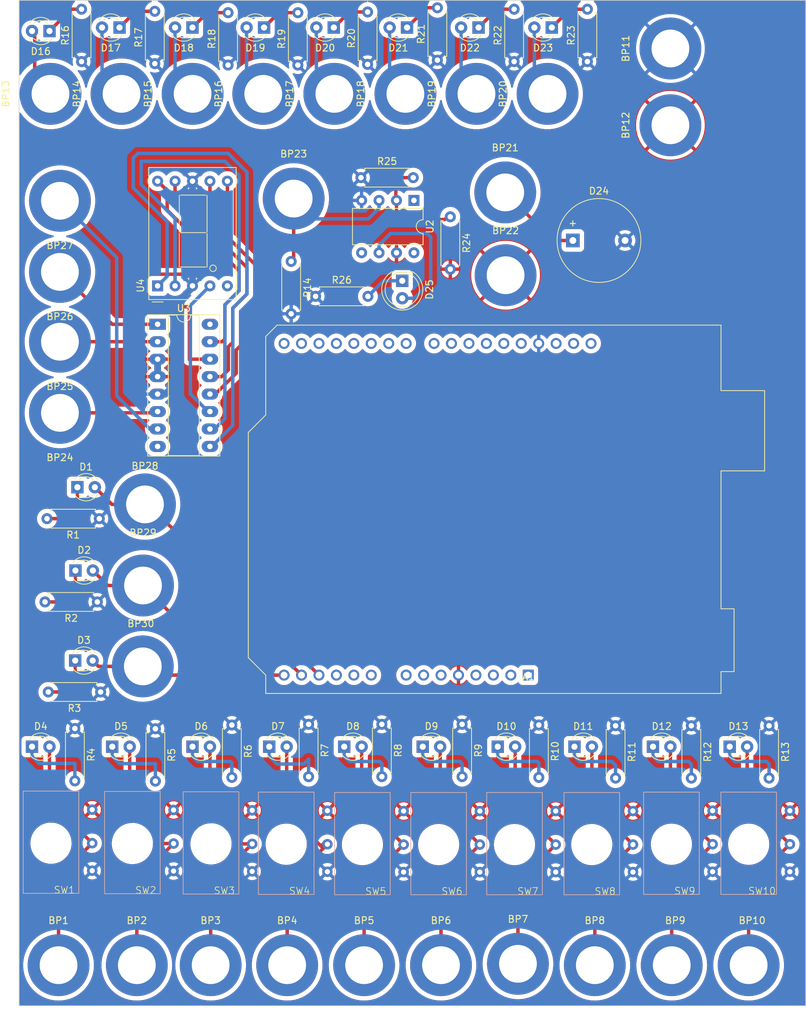
<source format=kicad_pcb>
(kicad_pcb (version 20221018) (generator pcbnew)
  (layers (0 "F.Cu" signal) (31 "B.Cu" signal) (34 "B.Paste" user) (35 "F.Paste" user) (36 "B.SilkS" user "B.Silkscreen") (37 "F.SilkS" user "F.Silkscreen") (38 "B.Mask" user) (39 "F.Mask" user) (44 "Edge.Cuts" user))
  (net 0 "")
  (net 1 "GNDREF")
  (net 2 "Net-(D6-K)")
  (net 3 "Net-(D25-K)")
  (net 4 "Net-(U2--)")
  (net 5 "+5V")
  (net 6 "Net-(D23-K)")
  (net 7 "Net-(D22-K)")
  (net 8 "Net-(D21-K)")
  (net 9 "Net-(D20-K)")
  (net 10 "Net-(D19-K)")
  (net 11 "Net-(D18-K)")
  (net 12 "Net-(D17-K)")
  (net 13 "Net-(D16-K)")
  (net 14 "/V(input)")
  (net 15 "Net-(D13-K)")
  (net 16 "Net-(D12-K)")
  (net 17 "Net-(D11-K)")
  (net 18 "Net-(D10-K)")
  (net 19 "Net-(D9-K)")
  (net 20 "Net-(D8-K)")
  (net 21 "Net-(D7-K)")
  (net 22 "Net-(D1-K)")
  (net 23 "Net-(D2-K)")
  (net 24 "Net-(D3-K)")
  (net 25 "Net-(D4-K)")
  (net 26 "Net-(D5-K)")
  (net 29 "Net-(D25-A)")
  (net 31 "Net-(BP26-A)")
  (net 32 "Net-(BP25-A)")
  (net 33 "Net-(BP24-A)")
  (net 34 "Net-(BP27-A)")
  (net 35 "Vss")
  (net 36 "Net-(U3-Qe)")
  (net 37 "Net-(U3-Qd)")
  (net 38 "Net-(U3-Qc)")
  (net 39 "Net-(U3-Qb)")
  (net 40 "Net-(U3-Qa)")
  (net 41 "Net-(U3-Qg)")
  (net 42 "Net-(U3-Qf)")
  (net 43 "Vdd")
  (net 44 "Net-(BP30-A)")
  (net 45 "Net-(BP29-A)")
  (net 46 "Net-(BP14-A)")
  (net 47 "Net-(BP1-A)")
  (net 48 "Net-(BP2-A)")
  (net 49 "Net-(BP3-A)")
  (net 50 "Net-(BP4-A)")
  (net 51 "Net-(BP5-A)")
  (net 52 "Net-(BP6-A)")
  (net 53 "Net-(BP7-A)")
  (net 54 "Net-(BP8-A)")
  (net 55 "Net-(BP9-A)")
  (net 56 "Net-(BP10-A)")
  (net 57 "Net-(BP13-A)")
  (net 58 "Net-(A1-A3)")
  (net 59 "Net-(BP15-A)")
  (net 60 "Net-(BP16-A)")
  (net 61 "Net-(BP17-A)")
  (net 62 "Net-(BP18-A)")
  (net 63 "Net-(BP19-A)")
  (net 64 "Net-(BP20-A)")
  (net 65 "Net-(BP21-A)")
  (footprint "MountingHole:banana_plug(modified thickness)" (layer "F.Cu") (at 17.15 140.4)
    (fp_text reference "BP2")
    (fp_text value "banana plug")
  )
  (footprint "MountingHole:banana_plug(modified thickness)" (layer "F.Cu") (at 5.952 60.026 180)
    (fp_text reference "BP24")
    (fp_text value "banana plug")
  )
  (footprint "Button_Switch_THT:SPDT_platemount_switch(platemount)" (layer "F.Cu") (at 63.05 130.15)
    (fp_text reference "SW6")
    (fp_text value "SW_Push_SPDT")
  )
  (footprint "MountingHole:banana_plug(modified thickness)" (layer "F.Cu") (at 50.244 140.4)
    (fp_text reference "BP5")
    (fp_text value "banana plug")
  )
  (footprint "LED_THT:LED_D3.0mm" (layer "F.Cu") (at 25.256 3.956 180)
    (fp_text reference "D18")
    (fp_text value "CQY99")
  )
  (footprint "Resistor_THT:R_Axial_DIN0207_L6.3mm_D2.5mm_P7.62mm_Horizontal" (layer "F.Cu") (at 19.85 106 -90)
    (fp_text reference "R5")
    (fp_text value "330")
  )
  (footprint "LED_THT:LED_D3.0mm" (layer "F.Cu") (at 66.912 3.956 180)
    (fp_text reference "D22")
    (fp_text value "CQY99")
  )
  (footprint "MountingHole:banana_plug(modified thickness)" (layer "F.Cu") (at 66.61 13.608 90)
    (fp_text reference "BP19")
    (fp_text value "banana plug")
  )
  (footprint "LED_THT:LED_D3.0mm" (layer "F.Cu") (at 92.312 108.604)
    (fp_text reference "D12")
    (fp_text value "CQY99")
  )
  (footprint "LED_THT:LED_D3.0mm" (layer "F.Cu") (at 56.503 3.956 180)
    (fp_text reference "D21")
    (fp_text value "CQY99")
  )
  (footprint "MountingHole:banana_plug(modified thickness)" (layer "F.Cu") (at 4.572 13.608 90)
    (fp_text reference "BP13")
    (fp_text value "banana plug")
  )
  (footprint "Display_7Segment:D1X8K" (layer "F.Cu") (at 20.176 41.548 90)
    (fp_text reference "U4")
    (fp_text value "D168K")
  )
  (footprint "Button_Switch_THT:SPDT_platemount_switch(platemount)" (layer "F.Cu") (at 51.95 130.15)
    (fp_text reference "SW5")
    (fp_text value "SW_Push_SPDT")
  )
  (footprint "MountingHole:banana_plug(modified thickness)" (layer "F.Cu") (at 14.922 13.608 90)
    (fp_text reference "BP14")
    (fp_text value "banana plug")
  )
  (footprint "MountingHole:banana_plug(modified thickness)" (layer "F.Cu") (at 5.75 140.4)
    (fp_text reference "BP1")
    (fp_text value "banana plug")
  )
  (footprint "Resistor_THT:R_Axial_DIN0207_L6.3mm_D2.5mm_P7.62mm_Horizontal" (layer "F.Cu") (at 109.22 105.556 -90)
    (fp_text reference "R13")
    (fp_text value "330")
  )
  (footprint "MountingHole:banana_plug(modified thickness)" (layer "F.Cu") (at 70.8 27.95)
    (fp_text reference "BP21")
    (fp_text value "banana plug")
  )
  (footprint "LED_THT:LED_D3.0mm" (layer "F.Cu") (at 4.428 4.464 180)
    (fp_text reference "D16")
    (fp_text value "CQY99")
  )
  (footprint "Resistor_THT:R_Axial_DIN0207_L6.3mm_D2.5mm_P7.62mm_Horizontal" (layer "F.Cu") (at 64.516 105.349 -90)
    (fp_text reference "R9")
    (fp_text value "330")
  )
  (footprint "MountingHole:banana_plug(modified thickness)" (layer "F.Cu") (at 39.044 140.4)
    (fp_text reference "BP4")
    (fp_text value "banana plug")
  )
  (footprint "Resistor_THT:R_Axial_DIN0207_L6.3mm_D2.5mm_P7.62mm_Horizontal" (layer "F.Cu") (at 30.988 105.4525 -90)
    (fp_text reference "R6")
    (fp_text value "330")
  )
  (footprint "LED_THT:LED_D3.0mm" (layer "F.Cu") (at 77.58 3.956 180)
    (fp_text reference "D23")
    (fp_text value "CQY99")
  )
  (footprint "MountingHole:banana_plug(modified thickness)" (layer "F.Cu") (at 72.65 140.2)
    (fp_text reference "BP7")
    (fp_text value "banana plug")
  )
  (footprint "Resistor_THT:R_Axial_DIN0207_L6.3mm_D2.5mm_P7.62mm_Horizontal" (layer "F.Cu") (at 19.768 9.211 90)
    (fp_text reference "R17")
    (fp_text value "330")
  )
  (footprint "Resistor_THT:R_Axial_DIN0207_L6.3mm_D2.5mm_P7.62mm_Horizontal" (layer "F.Cu") (at 52.832 105.349 -90)
    (fp_text reference "R8")
    (fp_text value "330")
  )
  (footprint "LED_THT:LED_D3.0mm" (layer "F.Cu") (at 8.1755 96.0715)
    (fp_text reference "D3")
    (fp_text value "CQY99")
  )
  (footprint "LED_THT:LED_D3.0mm" (layer "F.Cu") (at 47.349 108.604)
    (fp_text reference "D8")
    (fp_text value "CQY99")
  )
  (footprint "LED_THT:LED_D5.0mm_IRGrey" (layer "F.Cu") (at 55.804 40.812 -90)
    (fp_text reference "D25")
    (fp_text value "LED")
  )
  (footprint "Resistor_THT:R_Axial_DIN0207_L6.3mm_D2.5mm_P7.62mm_Horizontal" (layer "F.Cu") (at 42.164 105.349 -90)
    (fp_text reference "R7")
    (fp_text value "330")
  )
  (footprint "MountingHole:banana_plug(modified thickness)" (layer "F.Cu") (at 5.952 39.516 180)
    (fp_text reference "BP26")
    (fp_text value "banana plug")
  )
  (footprint "Button_Switch_THT:SPDT_platemount_switch(platemount)" (layer "F.Cu") (at 74.1 130.15)
    (fp_text reference "SW7")
    (fp_text value "SW_Push_SPDT")
  )
  (footprint "LED_THT:LED_D3.0mm" (layer "F.Cu") (at 35.675 3.956 180)
    (fp_text reference "D19")
    (fp_text value "CQY99")
  )
  (footprint "MountingHole:banana_plug(modified thickness)" (layer "F.Cu") (at 27.9 140.4)
    (fp_text reference "BP3")
    (fp_text value "banana plug")
  )
  (footprint "MountingHole:banana_plug(modified thickness)" (layer "F.Cu") (at 18.05 85.15)
    (fp_text reference "BP29")
    (fp_text value "banana plug")
  )
  (footprint "Resistor_THT:R_Axial_DIN0207_L6.3mm_D2.5mm_P7.62mm_Horizontal" (layer "F.Cu") (at 62.8 31.5 -90)
    (fp_text reference "R24")
    (fp_text value "330")
  )
  (footprint "LED_THT:LED_D3.0mm" (layer "F.Cu") (at 69.701 108.604)
    (fp_text reference "D10")
    (fp_text value "CQY99")
  )
  (footprint "MountingHole:banana_plug(modified thickness)" (layer "F.Cu") (at 18.335 73.35)
    (fp_text reference "BP28")
    (fp_text value "banana plug")
  )
  (footprint "Package_DIP:DIP-8_W7.62mm" (layer "F.Cu") (at 57.504 29.112 -90)
    (fp_text reference "U2")
    (fp_text value "LM741")
  )
  (footprint "Resistor_THT:R_Axial_DIN0207_L6.3mm_D2.5mm_P7.62mm_Horizontal" (layer "F.Cu") (at 39.624 37.992 -90)
    (fp_text reference "R14")
    (fp_text value "330")
  )
  (footprint "MountingHole:banana_plug(modified thickness)" (layer "F.Cu") (at 95.044 140.4)
    (fp_text reference "BP9")
    (fp_text value "banana plug")
  )
  (footprint "MountingHole:banana_plug(modified thickness)" (layer "F.Cu") (at 35.56 13.608 90)
    (fp_text reference "BP16")
    (fp_text value "banana plug")
  )
  (footprint "Resistor_THT:R_Axial_DIN0207_L6.3mm_D2.5mm_P7.62mm_Horizontal" (layer "F.Cu") (at 43.18 43.072)
    (fp_text reference "R26")
    (fp_text value "330")
  )
  (footprint "Resistor_THT:R_Axial_DIN0207_L6.3mm_D2.5mm_P7.62mm_Horizontal" (layer "F.Cu") (at 75.692 105.4525 -90)
    (fp_text reference "R10")
    (fp_text value "330")
  )
  (footprint "MountingHole:banana_plug(modified thickness)" (layer "F.Cu") (at 70.85 40)
    (fp_text reference "BP22")
    (fp_text value "banana plug")
  )
  (footprint "MountingHole:banana_plug(modified thickness)" (layer "F.Cu") (at 94.852 7.004 90)
    (fp_text reference "BP11")
    (fp_text value "banana plug")
  )
  (footprint "LED_THT:LED_D3.0mm" (layer "F.Cu") (at 58.784 108.604)
    (fp_text reference "D9")
    (fp_text value "CQY99")
  )
  (footprint "MountingHole:banana_plug(modified thickness)" (layer "F.Cu") (at 39.988 28.848)
    (fp_text reference "BP23")
    (fp_text value "banana plug")
  )
  (footprint "MountingHole:banana_plug(modified thickness)" (layer "F.Cu") (at 83.844 140.4)
    (fp_text reference "BP8")
    (fp_text value "banana plug")
  )
  (footprint "Button_Switch_THT:SPDT_platemount_switch(platemount)" (layer "F.Cu") (at 6.6 129.95)
    (fp_text reference "SW1")
    (fp_text value "SW_Push_SPDT")
  )
  (footprint "Resistor_THT:R_Axial_DIN0207_L6.3mm_D2.5mm_P7.62mm_Horizontal" (layer "F.Cu") (at 11.8755 100.6435 180)
    (fp_text reference "R3")
    (fp_text value "330")
  )
  (footprint "Resistor_THT:R_Axial_DIN0207_L6.3mm_D2.5mm_P7.62mm_Horizontal" (layer "F.Cu") (at 60.916 8.703 90)
    (fp_text reference "R21")
    (fp_text value "330")
  )
  (footprint "LED_THT:LED_D3.0mm" (layer "F.Cu") (at 8.492 70.851)
    (fp_text reference "D1")
    (fp_text value "CQY99")
  )
  (footprint "Resistor_THT:R_Axial_DIN0207_L6.3mm_D2.5mm_P7.62mm_Horizontal" (layer "F.Cu") (at 11.399 87.541 180)
    (fp_text reference "R2")
    (fp_text value "330")
  )
  (footprint "Resistor_THT:R_Axial_DIN0207_L6.3mm_D2.5mm_P7.62mm_Horizontal" (layer "F.Cu") (at 40.596 9.418 90)
    (fp_text reference "R19")
    (fp_text value "330")
  )
  (footprint "LED_THT:LED_D3.0mm" (layer "F.Cu") (at 36.432 108.604)
    (fp_text reference "D7")
    (fp_text value "CQY99")
  )
  (footprint "LED_THT:LED_D3.0mm" (layer "F.Cu") (at 14.626 3.956 180)
    (fp_text reference "D17")
    (fp_text value "CQY99")
  )
  (footprint "MountingHole:banana_plug(modified thickness)" (layer "F.Cu") (at 5.952 29.166 180)
    (fp_text reference "BP27")
    (fp_text value "banana plug")
  )
  (footprint "LED_THT:LED_D3.0mm" (layer "F.Cu") (at 25.256 108.604)
    (fp_text reference "D6")
    (fp_text value "CQY99")
  )
  (footprint "LED_THT:LED_D3.0mm" (layer "F.Cu") (at 80.877 108.604)
    (fp_text reference "D11")
    (fp_text value "CQY99")
  )
  (footprint "Resistor_THT:R_Axial_DIN0207_L6.3mm_D2.5mm_P7.62mm_Horizontal" (layer "F.Cu") (at 82.76 8.91 90)
    (fp_text reference "R23")
    (fp_text value "330")
  )
  (footprint "Button_Switch_THT:SPDT_platemount_switch(platemount)" (layer "F.Cu") (at 29.9 130.05)
    (fp_text reference "SW3")
    (fp_text value "SW_Push_SPDT")
  )
  (footprint "Package_DIP:DIP-16_W7.62mm_Socket_LongPads" (layer "F.Cu") (at 20.176 47.136)
    (fp_text reference "U3")
    (fp_text value "CD4511B")
  )
  (footprint "LED_THT:LED_D3.0mm" (layer "F.Cu") (at 103.488 108.604)
    (fp_text reference "D13")
    (fp_text value "CQY99")
  )
  (footprint "Resistor_THT:R_Axial_DIN0207_L6.3mm_D2.5mm_P7.62mm_Horizontal" (layer "F.Cu") (at 72.092 8.91 90)
    (fp_text reference "R22")
    (fp_text value "330")
  )
  (footprint "Module:Arduino_UNO_R3" (layer "F.Cu") (at 74.151 98.19 180)
    (fp_text reference "A1")
    (fp_text value "Arduino_UNO_R3")
  )
  (footprint "Resistor_THT:R_Axial_DIN0207_L6.3mm_D2.5mm_P7.62mm_Horizontal" (layer "F.Cu") (at 8.128 105.9605 -90)
    (fp_text reference "R4")
    (fp_text value "330")
  )
  (footprint "LED_THT:LED_D3.0mm" (layer "F.Cu") (at 1.888 108.604)
    (fp_text reference "D4")
    (fp_text value "CQY99")
  )
  (footprint "Resistor_THT:R_Axial_DIN0207_L6.3mm_D2.5mm_P7.62mm_Horizontal" (layer "F.Cu") (at 86.868 105.556 -90)
    (fp_text reference "R11")
    (fp_text value "330")
  )
  (footprint "Resistor_THT:R_Axial_DIN0207_L6.3mm_D2.5mm_P7.62mm_Horizontal" (layer "F.Cu") (at 30.436 9.418 90)
    (fp_text reference "R18")
    (fp_text value "330")
  )
  (footprint "Button_Switch_THT:SPDT_platemount_switch(platemount)" (layer "F.Cu") (at 96.95 130.1)
    (fp_text reference "SW9")
    (fp_text value "SW_Push_SPDT")
  )
  (footprint "Resistor_THT:R_Axial_DIN0207_L6.3mm_D2.5mm_P7.62mm_Horizontal" (layer "F.Cu") (at 49.784 25.8)
    (fp_text reference "R25")
    (fp_text value "330")
  )
  (footprint "Resistor_THT:R_Axial_DIN0207_L6.3mm_D2.5mm_P7.62mm_Horizontal" (layer "F.Cu") (at 9.1 8.91 90)
    (fp_text reference "R16")
    (fp_text value "330")
  )
  (footprint "LED_THT:LED_D3.0mm" (layer "F.Cu") (at 13.572 108.604)
    (fp_text reference "D5")
    (fp_text value "CQY99")
  )
  (footprint "MountingHole:banana_plug(modified thickness)" (layer "F.Cu") (at 56.26 13.608 90)
    (fp_text reference "BP18")
    (fp_text value "banana plug")
  )
  (footprint "Button_Switch_THT:SPDT_platemount_switch(platemount)" (layer "F.Cu") (at 40.85 130.1)
    (fp_text reference "SW4")
    (fp_text value "SW_Push_SPDT")
  )
  (footprint "MountingHole:banana_plug(modified thickness)" (layer "F.Cu") (at 94.852 18.18 90)
    (fp_text reference "BP12")
    (fp_text value "banana plug")
  )
  (footprint "Resistor_THT:R_Axial_DIN0207_L6.3mm_D2.5mm_P7.62mm_Horizontal" (layer "F.Cu") (at 97.9 105.556 -90)
    (fp_text reference "R12")
    (fp_text value "330")
  )
  (footprint "MountingHole:banana_plug(modified thickness)" (layer "F.Cu") (at 5.952 49.676 180)
    (fp_text reference "BP25")
    (fp_text value "banana plug")
  )
  (footprint "Buzzer_Beeper:Buzzer_12x9.5RM7.6" (layer "F.Cu") (at 80.648 34.944)
    (fp_text reference "D24")
    (fp_text value "LED")
  )
  (footprint "Resistor_THT:R_Axial_DIN0207_L6.3mm_D2.5mm_P7.62mm_Horizontal" (layer "F.Cu") (at 50.756 9.3145 90)
    (fp_text reference "R20")
    (fp_text value "330")
  )
  (footprint "Button_Switch_THT:SPDT_platemount_switch(platemount)" (layer "F.Cu") (at 18.45 130)
    (fp_text reference "SW2")
    (fp_text value "SW_Push_SPDT")
  )
  (footprint "Resistor_THT:R_Axial_DIN0207_L6.3mm_D2.5mm_P7.62mm_Horizontal" (layer "F.Cu") (at 11.684 75.423 180)
    (fp_text reference "R1")
    (fp_text value "330")
  )
  (footprint "LED_THT:LED_D3.0mm" (layer "F.Cu") (at 45.835 3.956 180)
    (fp_text reference "D20")
    (fp_text value "CQY99")
  )
  (footprint "MountingHole:banana_plug(modified thickness)" (layer "F.Cu") (at 76.96 13.608 90)
    (fp_text reference "BP20")
    (fp_text value "banana plug")
  )
  (footprint "LED_THT:LED_D3.0mm" (layer "F.Cu") (at 8.207 82.969)
    (fp_text reference "D2")
    (fp_text value "CQY99")
  )
  (footprint "Button_Switch_THT:SPDT_platemount_switch(platemount)" (layer "F.Cu") (at 108.2 130.1)
    (fp_text reference "SW10")
    (fp_text value "SW_Push_SPDT")
  )
  (footprint "MountingHole:banana_plug(modified thickness)" (layer "F.Cu") (at 106.244 140.4)
    (fp_text reference "BP10")
    (fp_text value "banana plug")
  )
  (footprint "Button_Switch_THT:SPDT_platemount_switch(platemount)" (layer "F.Cu") (at 85.35 130.15)
    (fp_text reference "SW8")
    (fp_text value "SW_Push_SPDT")
  )
  (footprint "MountingHole:banana_plug(modified thickness)" (layer "F.Cu") (at 45.91 13.608 90)
    (fp_text reference "BP17")
    (fp_text value "banana plug")
  )
  (footprint "MountingHole:banana_plug(modified thickness)" (layer "F.Cu") (at 18.0185 96.9185)
    (fp_text reference "BP30")
    (fp_text value "banana plug")
  )
  (footprint "MountingHole:banana_plug(modified thickness)" (layer "F.Cu") (at 61.444 140.4)
    (fp_text reference "BP6")
    (fp_text value "banana plug")
  )
  (footprint "MountingHole:banana_plug(modified thickness)" (layer "F.Cu") (at 25.272 13.608 90)
    (fp_text reference "BP15")
    (fp_text value "banana plug")
  )
  (gr_rect (start 0 0) (end 114.55 146.304) (stroke (width 0.1)) (fill none) (layer "Edge.Cuts"))
  (segment (start 49.884 25.9) (end 49.784 25.8) (width 1) (layer "F.Cu") (net 1))
  (segment (start 23.15 55.45337) (end 21.30737 57.296) (width 1) (layer "B.Cu") (net 1))
  (segment (start 25.256 41.548) (end 25.256 41.765717) (width 1) (layer "B.Cu") (net 1))
  (segment (start 23.15 43.871717) (end 23.15 55.45337) (width 1) (layer "B.Cu") (net 1))
  (segment (start 25.256 26.308) (end 25.256 41.548) (width 1) (layer "B.Cu") (net 1))
  (segment (start 21.30737 57.296) (end 20.176 57.296) (width 1) (layer "B.Cu") (net 1))
  (segment (start 25.256 41.765717) (end 23.15 43.871717) (width 1) (layer "B.Cu") (net 1))
  (segment (start 25.256 108.604) (end 25.256 110.004) (width 0.5) (layer "B.Cu") (net 2))
  (segment (start 26.006 110.754) (end 30.7665 110.754) (width 0.5) (layer "B.Cu") (net 2))
  (segment (start 30.988 110.9755) (end 30.988 113.0725) (width 0.5) (layer "B.Cu") (net 2))
  (segment (start 30.7665 110.754) (end 30.988 110.9755) (width 0.5) (layer "B.Cu") (net 2))
  (segment (start 25.256 110.004) (end 26.006 110.754) (width 0.5) (layer "B.Cu") (net 2))
  (segment (start 53.06 40.812) (end 55.804 40.812) (width 0.5) (layer "B.Cu") (net 3))
  (segment (start 50.8 43.072) (end 53.06 40.812) (width 0.5) (layer "B.Cu") (net 3))
  (segment (start 56.188 31.896) (end 61.976 31.896) (width 0.5) (layer "F.Cu") (net 4))
  (segment (start 54.964 29.112) (end 54.964 30.672) (width 0.5) (layer "F.Cu") (net 4))
  (segment (start 54.864 25.8) (end 54.864 29.012) (width 0.5) (layer "F.Cu") (net 4))
  (segment (start 54.864 29.012) (end 54.964 29.112) (width 0.5) (layer "F.Cu") (net 4))
  (segment (start 57.404 25.8) (end 54.864 25.8) (width 0.5) (layer "F.Cu") (net 4))
  (segment (start 61.976 31.896) (end 62.484 31.388) (width 0.5) (layer "F.Cu") (net 4))
  (segment (start 54.964 30.672) (end 56.188 31.896) (width 0.5) (layer "F.Cu") (net 4))
  (segment (start 20.176 52.216) (end 20.176 54.756) (width 1) (layer "B.Cu") (net 5))
  (segment (start 82.76 1.29) (end 80.246 1.29) (width 0.5) (layer "F.Cu") (net 6))
  (segment (start 80.246 1.29) (end 77.58 3.956) (width 0.5) (layer "F.Cu") (net 6))
  (segment (start 69.578 1.29) (end 66.912 3.956) (width 0.5) (layer "F.Cu") (net 7))
  (segment (start 72.092 1.29) (end 69.578 1.29) (width 0.5) (layer "F.Cu") (net 7))
  (segment (start 59.376 1.083) (end 56.503 3.956) (width 0.5) (layer "F.Cu") (net 8))
  (segment (start 60.916 1.083) (end 59.376 1.083) (width 0.5) (layer "F.Cu") (net 8))
  (segment (start 50.756 1.6945) (end 48.0965 1.6945) (width 0.5) (layer "F.Cu") (net 9))
  (segment (start 48.0965 1.6945) (end 45.835 3.956) (width 0.5) (layer "F.Cu") (net 9))
  (segment (start 40.596 1.798) (end 37.833 1.798) (width 0.5) (layer "F.Cu") (net 10))
  (segment (start 37.833 1.798) (end 35.675 3.956) (width 0.5) (layer "F.Cu") (net 10))
  (segment (start 27.414 1.798) (end 25.256 3.956) (width 0.5) (layer "F.Cu") (net 11))
  (segment (start 30.436 1.798) (end 27.414 1.798) (width 0.5) (layer "F.Cu") (net 11))
  (segment (start 19.768 1.591) (end 16.991 1.591) (width 0.5) (layer "F.Cu") (net 12))
  (segment (start 16.991 1.591) (end 14.626 3.956) (width 0.5) (layer "F.Cu") (net 12))
  (segment (start 7.602 1.29) (end 4.428 4.464) (width 0.5) (layer "F.Cu") (net 13))
  (segment (start 9.1 1.29) (end 7.602 1.29) (width 0.5) (layer "F.Cu") (net 13))
  (segment (start 39.988 37.628) (end 39.624 37.992) (width 0.5) (layer "F.Cu") (net 14))
  (segment (start 39.988 28.848) (end 39.988 37.628) (width 0.5) (layer "F.Cu") (net 14))
  (segment (start 50.86937 31.798) (end 42.938 31.798) (width 0.5) (layer "B.Cu") (net 14))
  (segment (start 52.424 30.24337) (end 50.86937 31.798) (width 0.5) (layer "B.Cu") (net 14))
  (segment (start 42.938 31.798) (end 39.988 28.848) (width 0.5) (layer "B.Cu") (net 14))
  (segment (start 52.424 29.112) (end 52.424 30.24337) (width 0.5) (layer "B.Cu") (net 14))
  (segment (start 108.85 110.754) (end 109.22 111.124) (width 0.5) (layer "B.Cu") (net 15))
  (segment (start 109.22 111.124) (end 109.22 113.176) (width 0.5) (layer "B.Cu") (net 15))
  (segment (start 103.488 110.004) (end 104.238 110.754) (width 0.5) (layer "B.Cu") (net 15))
  (segment (start 104.238 110.754) (end 108.85 110.754) (width 0.5) (layer "B.Cu") (net 15))
  (segment (start 103.488 108.604) (end 103.488 110.004) (width 0.5) (layer "B.Cu") (net 15))
  (segment (start 92.312 110.004) (end 93.062 110.754) (width 0.5) (layer "B.Cu") (net 16))
  (segment (start 97.9 111.154) (end 97.9 113.176) (width 0.5) (layer "B.Cu") (net 16))
  (segment (start 97.5 110.754) (end 97.9 111.154) (width 0.5) (layer "B.Cu") (net 16))
  (segment (start 92.312 108.604) (end 92.312 110.004) (width 0.5) (layer "B.Cu") (net 16))
  (segment (start 93.062 110.754) (end 97.5 110.754) (width 0.5) (layer "B.Cu") (net 16))
  (segment (start 80.877 110.004) (end 81.627 110.754) (width 0.5) (layer "B.Cu") (net 17))
  (segment (start 80.877 108.604) (end 80.877 110.004) (width 0.5) (layer "B.Cu") (net 17))
  (segment (start 81.627 110.754) (end 86.3 110.754) (width 0.5) (layer "B.Cu") (net 17))
  (segment (start 86.868 111.322) (end 86.868 113.176) (width 0.5) (layer "B.Cu") (net 17))
  (segment (start 86.3 110.754) (end 86.868 111.322) (width 0.5) (layer "B.Cu") (net 17))
  (segment (start 69.701 110.004) (end 70.451 110.754) (width 0.5) (layer "B.Cu") (net 18))
  (segment (start 70.451 110.754) (end 75.4705 110.754) (width 0.5) (layer "B.Cu") (net 18))
  (segment (start 75.4705 110.754) (end 75.692 110.9755) (width 0.5) (layer "B.Cu") (net 18))
  (segment (start 75.692 110.9755) (end 75.692 113.0725) (width 0.5) (layer "B.Cu") (net 18))
  (segment (start 69.701 108.604) (end 69.701 110.004) (width 0.5) (layer "B.Cu") (net 18))
  (segment (start 59.534 110.754) (end 64.191 110.754) (width 0.5) (layer "B.Cu") (net 19))
  (segment (start 64.516 111.079) (end 64.516 112.969) (width 0.5) (layer "B.Cu") (net 19))
  (segment (start 58.784 110.004) (end 59.534 110.754) (width 0.5) (layer "B.Cu") (net 19))
  (segment (start 58.784 108.604) (end 58.784 110.004) (width 0.5) (layer "B.Cu") (net 19))
  (segment (start 64.191 110.754) (end 64.516 111.079) (width 0.5) (layer "B.Cu") (net 19))
  (segment (start 48.099 110.754) (end 52.507 110.754) (width 0.5) (layer "B.Cu") (net 20))
  (segment (start 52.507 110.754) (end 52.832 111.079) (width 0.5) (layer "B.Cu") (net 20))
  (segment (start 52.832 111.079) (end 52.832 112.969) (width 0.5) (layer "B.Cu") (net 20))
  (segment (start 47.349 108.604) (end 47.349 110.004) (width 0.5) (layer "B.Cu") (net 20))
  (segment (start 47.349 110.004) (end 48.099 110.754) (width 0.5) (layer "B.Cu") (net 20))
  (segment (start 42.164 110.429) (end 42.164 112.969) (width 0.5) (layer "B.Cu") (net 21))
  (segment (start 37.557 111.129) (end 41.464 111.129) (width 0.5) (layer "B.Cu") (net 21))
  (segment (start 41.464 111.129) (end 42.164 110.429) (width 0.5) (layer "B.Cu") (net 21))
  (segment (start 36.432 110.004) (end 37.557 111.129) (width 0.5) (layer "B.Cu") (net 21))
  (segment (start 36.432 108.604) (end 36.432 110.004) (width 0.5) (layer "B.Cu") (net 21))
  (segment (start 6.604 75.423) (end 4.064 75.423) (width 0.5) (layer "F.Cu") (net 22))
  (segment (start 8.492 70.851) (end 8.492 73.535) (width 0.5) (layer "F.Cu") (net 22))
  (segment (start 8.492 73.535) (end 6.604 75.423) (width 0.5) (layer "F.Cu") (net 22))
  (segment (start 8.207 85.653) (end 6.319 87.541) (width 0.5) (layer "F.Cu") (net 23))
  (segment (start 6.319 87.541) (end 3.779 87.541) (width 0.5) (layer "F.Cu") (net 23))
  (segment (start 8.207 82.969) (end 8.207 85.653) (width 0.5) (layer "F.Cu") (net 23))
  (segment (start 6.7955 100.6435) (end 4.2555 100.6435) (width 0.5) (layer "F.Cu") (net 24))
  (segment (start 8.1755 99.2635) (end 6.7955 100.6435) (width 0.5) (layer "F.Cu") (net 24))
  (segment (start 8.1755 96.0715) (end 8.1755 99.2635) (width 0.5) (layer "F.Cu") (net 24))
  (segment (start 1.888 110.004) (end 2.9245 111.0405) (width 0.5) (layer "B.Cu") (net 25))
  (segment (start 1.888 108.604) (end 1.888 110.004) (width 0.5) (layer "B.Cu") (net 25))
  (segment (start 8.128 111.0405) (end 8.128 113.5805) (width 0.5) (layer "B.Cu") (net 25))
  (segment (start 2.9245 111.0405) (end 8.128 111.0405) (width 0.5) (layer "B.Cu") (net 25))
  (segment (start 19.85 111.08) (end 19.85 113.62) (width 0.5) (layer "B.Cu") (net 26))
  (segment (start 13.572 108.604) (end 13.572 110.004) (width 0.5) (layer "B.Cu") (net 26))
  (segment (start 13.572 110.004) (end 14.648 111.08) (width 0.5) (layer "B.Cu") (net 26))
  (segment (start 14.648 111.08) (end 19.85 111.08) (width 0.5) (layer "B.Cu") (net 26))
  (segment (start 59.944 40.972) (end 57.564 43.352) (width 0.5) (layer "B.Cu") (net 29))
  (segment (start 52.424 35.60063) (end 54.09663 33.928) (width 0.5) (layer "B.Cu") (net 29))
  (segment (start 59.944 34.436) (end 59.944 40.972) (width 0.5) (layer "B.Cu") (net 29))
  (segment (start 54.09663 33.928) (end 59.436 33.928) (width 0.5) (layer "B.Cu") (net 29))
  (segment (start 52.424 36.732) (end 52.424 35.60063) (width 0.5) (layer "B.Cu") (net 29))
  (segment (start 59.436 33.928) (end 59.944 34.436) (width 0.5) (layer "B.Cu") (net 29))
  (segment (start 57.564 43.352) (end 55.804 43.352) (width 0.5) (layer "B.Cu") (net 29))
  (segment (start 20.176 47.136) (end 13.572 47.136) (width 0.5) (layer "F.Cu") (net 31))
  (segment (start 13.572 47.136) (end 5.952 39.516) (width 0.5) (layer "F.Cu") (net 31))
  (segment (start 20.176 49.676) (end 5.952 49.676) (width 0.5) (layer "F.Cu") (net 32))
  (segment (start 5.952 60.026) (end 19.986 60.026) (width 0.5) (layer "F.Cu") (net 33))
  (segment (start 19.986 60.026) (end 20.176 59.836) (width 0.5) (layer "F.Cu") (net 33))
  (segment (start 5.952 29.166) (end 14.224 37.438) (width 0.5) (layer "B.Cu") (net 34))
  (segment (start 19.04463 62.376) (end 20.176 62.376) (width 0.5) (layer "B.Cu") (net 34))
  (segment (start 14.224 57.55537) (end 19.04463 62.376) (width 0.5) (layer "B.Cu") (net 34))
  (segment (start 14.224 37.438) (end 14.224 57.55537) (width 0.5) (layer "B.Cu") (net 34))
  (segment (start 16.63 27.287484) (end 16.63 22.941654) (width 0.5) (layer "B.Cu") (net 36))
  (segment (start 33.186 25.005654) (end 33.186 42.72851) (width 0.5) (layer "B.Cu") (net 36))
  (segment (start 17.303654 22.268) (end 30.448346 22.268) (width 0.5) (layer "B.Cu") (net 36))
  (segment (start 31.122 61.854163) (end 28.060163 64.916) (width 0.5) (layer "B.Cu") (net 36))
  (segment (start 21.566 40.158) (end 21.566 32.223484) (width 0.5) (layer "B.Cu") (net 36))
  (segment (start 20.176 41.548) (end 21.566 40.158) (width 0.5) (layer "B.Cu") (net 36))
  (segment (start 16.63 22.941654) (end 17.303654 22.268) (width 0.5) (layer "B.Cu") (net 36))
  (segment (start 21.566 32.223484) (end 16.63 27.287484) (width 0.5) (layer "B.Cu") (net 36))
  (segment (start 31.122 44.79251) (end 31.122 61.854163) (width 0.5) (layer "B.Cu") (net 36))
  (segment (start 30.448346 22.268) (end 33.186 25.005654) (width 0.5) (layer "B.Cu") (net 36))
  (segment (start 28.060163 64.916) (end 27.796 64.916) (width 0.5) (layer "B.Cu") (net 36))
  (segment (start 33.186 42.72851) (end 31.122 44.79251) (width 0.5) (layer "B.Cu") (net 36))
  (segment (start 28.47663 62.376) (end 27.796 62.376) (width 0.5) (layer "B.Cu") (net 37))
  (segment (start 32.036 42.252164) (end 29.972 44.316164) (width 0.5) (layer "B.Cu") (net 37))
  (segment (start 22.716 41.548) (end 22.716 31.747138) (width 0.5) (layer "B.Cu") (net 37))
  (segment (start 17.78 26.811138) (end 17.78 23.418) (width 0.5) (layer "B.Cu") (net 37))
  (segment (start 32.036 25.482) (end 32.036 42.252164) (width 0.5) (layer "B.Cu") (net 37))
  (segment (start 29.972 60.88063) (end 28.47663 62.376) (width 0.5) (layer "B.Cu") (net 37))
  (segment (start 22.716 31.747138) (end 17.78 26.811138) (width 0.5) (layer "B.Cu") (net 37))
  (segment (start 29.972 23.418) (end 32.036 25.482) (width 0.5) (layer "B.Cu") (net 37))
  (segment (start 29.972 44.316164) (end 29.972 60.88063) (width 0.5) (layer "B.Cu") (net 37))
  (segment (start 17.78 23.418) (end 29.972 23.418) (width 0.5) (layer "B.Cu") (net 37))
  (segment (start 24.95 57.254163) (end 27.531837 59.836) (width 0.5) (layer "B.Cu") (net 38))
  (segment (start 27.796 41.548) (end 24.95 44.394) (width 0.5) (layer "B.Cu") (net 38))
  (segment (start 24.95 44.394) (end 24.95 57.254163) (width 0.5) (layer "B.Cu") (net 38))
  (segment (start 28.578976 57.296) (end 27.796 57.296) (width 0.5) (layer "F.Cu") (net 39))
  (segment (start 32.272 45.268856) (end 32.272 50.228692) (width 0.5) (layer "F.Cu") (net 39))
  (segment (start 31.63 50.870692) (end 31.63 54.244976) (width 0.5) (layer "F.Cu") (net 39))
  (segment (start 30.336 34.406222) (end 34.336 38.406222) (width 0.5) (layer "F.Cu") (net 39))
  (segment (start 32.272 50.228692) (end 31.63 50.870692) (width 0.5) (layer "F.Cu") (net 39))
  (segment (start 30.336 26.308) (end 30.336 34.406222) (width 0.5) (layer "F.Cu") (net 39))
  (segment (start 34.336 38.406222) (end 34.336 43.204856) (width 0.5) (layer "F.Cu") (net 39))
  (segment (start 34.336 43.204856) (end 32.272 45.268856) (width 0.5) (layer "F.Cu") (net 39))
  (segment (start 31.63 54.244976) (end 28.578976 57.296) (width 0.5) (layer "F.Cu") (net 39))
  (segment (start 30.48 53.76863) (end 29.49263 54.756) (width 0.5) (layer "F.Cu") (net 40))
  (segment (start 27.796 33.492568) (end 33.186 38.882568) (width 0.5) (layer "F.Cu") (net 40))
  (segment (start 29.49263 54.756) (end 27.796 54.756) (width 0.5) (layer "F.Cu") (net 40))
  (segment (start 27.796 26.308) (end 27.796 33.492568) (width 0.5) (layer "F.Cu") (net 40))
  (segment (start 31.122 49.752346) (end 30.48 50.394346) (width 0.5) (layer "F.Cu") (net 40))
  (segment (start 33.186 38.882568) (end 33.186 42.72851) (width 0.5) (layer "F.Cu") (net 40))
  (segment (start 30.48 50.394346) (end 30.48 53.76863) (width 0.5) (layer "F.Cu") (net 40))
  (segment (start 31.122 44.79251) (end 31.122 49.752346) (width 0.5) (layer "F.Cu") (net 40))
  (segment (start 33.186 42.72851) (end 31.122 44.79251) (width 0.5) (layer "F.Cu") (net 40))
  (segment (start 21.566 27.698) (end 21.566 30.51526) (width 0.5) (layer "F.Cu") (net 41))
  (segment (start 24.8 44.596) (end 24.8 52.25) (width 0.5) (layer "F.Cu") (net 41))
  (segment (start 18.476 43.248) (end 19.824 44.596) (width 0.5) (layer "F.Cu") (net 41))
  (segment (start 24.834 52.216) (end 27.796 52.216) (width 0.5) (layer "F.Cu") (net 41))
  (segment (start 30.886 39.848) (end 18.476 39.848) (width 0.5) (layer "F.Cu") (net 41))
  (segment (start 30.886 39.83526) (end 30.886 39.848) (width 0.5) (layer "F.Cu") (net 41))
  (segment (start 21.566 30.51526) (end 30.886 39.83526) (width 0.5) (layer "F.Cu") (net 41))
  (segment (start 24.8 52.25) (end 24.834 52.216) (width 0.5) (layer "F.Cu") (net 41))
  (segment (start 20.176 26.308) (end 21.566 27.698) (width 0.5) (layer "F.Cu") (net 41))
  (segment (start 18.476 39.848) (end 18.476 43.248) (width 0.5) (layer "F.Cu") (net 41))
  (segment (start 19.824 44.596) (end 24.8 44.596) (width 0.5) (layer "F.Cu") (net 41))
  (segment (start 32.036 39.358914) (end 22.716 30.038914) (width 0.5) (layer "F.Cu") (net 42))
  (segment (start 27.796 49.676) (end 29.572 49.676) (width 0.5) (layer "F.Cu") (net 42))
  (segment (start 29.972 49.276) (end 29.972 44.316164) (width 0.5) (layer "F.Cu") (net 42))
  (segment (start 29.572 49.676) (end 29.972 49.276) (width 0.5) (layer "F.Cu") (net 42))
  (segment (start 29.972 44.316164) (end 32.036 42.252164) (width 0.5) (layer "F.Cu") (net 42))
  (segment (start 32.036 42.252164) (end 32.036 39.358914) (width 0.5) (layer "F.Cu") (net 42))
  (segment (start 22.716 30.038914) (end 22.716 26.308) (width 0.5) (layer "F.Cu") (net 42))
  (segment (start 38.591 98.19) (end 19.29 98.19) (width 0.5) (layer "F.Cu") (net 44))
  (segment (start 19.29 98.19) (end 18.0185 96.9185) (width 0.5) (layer "F.Cu") (net 44))
  (segment (start 11.5625 96.9185) (end 10.7155 96.0715) (width 0.5) (layer "F.Cu") (net 44))
  (segment (start 18.0185 96.9185) (end 11.5625 96.9185) (width 0.5) (layer "F.Cu") (net 44))
  (segment (start 18.05 85.15) (end 12.928 85.15) (width 0.5) (layer "F.Cu") (net 45))
  (segment (start 23.7 90.8) (end 18.05 85.15) (width 0.5) (layer "F.Cu") (net 45))
  (segment (start 33.741 90.8) (end 23.7 90.8) (width 0.5) (layer "F.Cu") (net 45))
  (segment (start 12.928 85.15) (end 10.747 82.969) (width 0.5) (layer "F.Cu") (net 45))
  (segment (start 41.131 98.19) (end 33.741 90.8) (width 0.5) (layer "F.Cu") (net 45))
  (segment (start 12.086 10.772) (end 14.922 13.608) (width 0.5) (layer "B.Cu") (net 46))
  (segment (start 12.086 3.956) (end 12.086 10.772) (width 0.5) (layer "B.Cu") (net 46))
  (segment (start 5.75 140.4) (end 5.75 127.55) (width 0.5) (layer "F.Cu") (net 47))
  (segment (start 4.428 116.428) (end 10.65 122.65) (width 0.5) (layer "F.Cu") (net 47))
  (segment (start 5.75 127.55) (end 10.65 122.65) (width 0.5) (layer "F.Cu") (net 47))
  (segment (start 4.428 108.604) (end 4.428 116.428) (width 0.5) (layer "F.Cu") (net 47))
  (segment (start 16.112 108.604) (end 16.112 117.715806) (width 0.5) (layer "F.Cu") (net 48))
  (segment (start 17.15 140.4) (end 17.15 128.05) (width 0.5) (layer "F.Cu") (net 48))
  (segment (start 21.096194 122.7) (end 22.5 122.7) (width 0.5) (layer "F.Cu") (net 48))
  (segment (start 17.15 128.05) (end 22.5 122.7) (width 0.5) (layer "F.Cu") (net 48))
  (segment (start 16.112 117.715806) (end 21.096194 122.7) (width 0.5) (layer "F.Cu") (net 48))
  (segment (start 27.9 140.4) (end 27.9 128.8) (width 0.5) (layer "F.Cu") (net 49))
  (segment (start 32.546194 122.75) (end 33.95 122.75) (width 0.5) (layer "F.Cu") (net 49))
  (segment (start 27.9 128.8) (end 33.95 122.75) (width 0.5) (layer "F.Cu") (net 49))
  (segment (start 27.796 117.999806) (end 32.546194 122.75) (width 0.5) (layer "F.Cu") (net 49))
  (segment (start 27.796 108.604) (end 27.796 117.999806) (width 0.5) (layer "F.Cu") (net 49))
  (segment (start 44.9 122.8) (end 44.225 122.8) (width 0.5) (layer "F.Cu") (net 50))
  (segment (start 39.044 128.656) (end 44.3 123.4) (width 0.5) (layer "F.Cu") (net 50))
  (segment (start 39.044 140.4) (end 39.044 128.656) (width 0.5) (layer "F.Cu") (net 50))
  (segment (start 44.3 123.4) (end 38.972 118.072) (width 0.5) (layer "F.Cu") (net 50))
  (segment (start 44.3 123.4) (end 44.9 122.8) (width 0.5) (layer "F.Cu") (net 50))
  (segment (start 38.972 118.072) (end 38.972 108.604) (width 0.5) (layer "F.Cu") (net 50))
  (segment (start 49.889 108.604) (end 49.889 116.739) (width 0.5) (layer "F.Cu") (net 51))
  (segment (start 56 122.85) (end 50.244 128.606) (width 0.5) (layer "F.Cu") (net 51))
  (segment (start 49.889 116.739) (end 56 122.85) (width 0.5) (layer "F.Cu") (net 51))
  (segment (start 50.244 128.606) (end 50.244 140.4) (width 0.5) (layer "F.Cu") (net 51))
  (segment (start 61.324 108.604) (end 61.324 117.074) (width 0.5) (layer "F.Cu") (net 52))
  (segment (start 61.444 128.506) (end 67.1 122.85) (width 0.5) (layer "F.Cu") (net 52))
  (segment (start 61.324 117.074) (end 67.1 122.85) (width 0.5) (layer "F.Cu") (net 52))
  (segment (start 61.444 140.4) (end 61.444 128.506) (width 0.5) (layer "F.Cu") (net 52))
  (segment (start 72.65 128.362) (end 72.65 140.2) (width 0.5) (layer "F.Cu") (net 53))
  (segment (start 78.15 122.85) (end 72.241 116.941) (width 0.5) (layer "F.Cu") (net 53))
  (segment (start 72.241 116.941) (end 72.241 108.604) (width 0.5) (layer "F.Cu") (net 53))
  (segment (start 72.644 128.356) (end 72.65 128.362) (width 0.5) (layer "F.Cu") (net 53))
  (segment (start 78.15 122.85) (end 72.644 128.356) (width 0.5) (layer "F.Cu") (net 53))
  (segment (start 83.417 108.604) (end 83.417 116.867) (width 0.5) (layer "F.Cu") (net 54))
  (segment (start 83.417 116.867) (end 89.4 122.85) (width 0.5) (layer "F.Cu") (net 54))
  (segment (start 89.4 122.85) (end 83.844 128.406) (width 0.5) (layer "F.Cu") (net 54))
  (segment (start 83.844 128.406) (end 83.844 140.4) (width 0.5) (layer "F.Cu") (net 54))
  (segment (start 94.852 116.652) (end 101 122.8) (width 0.5) (layer "F.Cu") (net 55))
  (segment (start 101 122.8) (end 95.044 128.756) (width 0.5) (layer "F.Cu") (net 55))
  (segment (start 95.044 128.756) (end 95.044 140.4) (width 0.5) (layer "F.Cu") (net 55))
  (segment (start 94.852 108.604) (end 94.852 116.652) (width 0.5) (layer "F.Cu") (net 55))
  (segment (start 106.244 128.806) (end 106.244 140.4) (width 0.5) (layer "F.Cu") (net 56))
  (segment (start 112.25 122.8) (end 106.244 128.806) (width 0.5) (layer "F.Cu") (net 56))
  (segment (start 106.028 108.604) (end 106.028 116.578) (width 0.5) (layer "F.Cu") (net 56))
  (segment (start 106.028 116.578) (end 112.25 122.8) (width 0.5) (layer "F.Cu") (net 56))
  (segment (start 2.278 4.71) (end 2.278 11.314) (width 0.5) (layer "F.Cu") (net 57))
  (segment (start 2.278 11.314) (end 4.572 13.608) (width 0.5) (layer "F.Cu") (net 57))
  (segment (start 2.032 4.464) (end 2.278 4.71) (width 0.5) (layer "F.Cu") (net 57))
  (segment (start 1.888 4.464) (end 2.032 4.464) (width 0.5) (layer "F.Cu") (net 57))
  (segment (start 18.335 73.35) (end 18.831 73.35) (width 0.5) (layer "F.Cu") (net 58))
  (segment (start 18.831 73.35) (end 43.671 98.19) (width 0.5) (layer "F.Cu") (net 58))
  (segment (start 18.335 73.35) (end 13.531 73.35) (width 0.5) (layer "F.Cu") (net 58))
  (segment (start 13.531 73.35) (end 11.032 70.851) (width 0.5) (layer "F.Cu") (net 58))
  (segment (start 22.716 3.956) (end 22.716 11.052) (width 0.5) (layer "B.Cu") (net 59))
  (segment (start 22.716 11.052) (end 25.272 13.608) (width 0.5) (layer "B.Cu") (net 59))
  (segment (start 33.135 11.183) (end 35.56 13.608) (width 0.5) (layer "B.Cu") (net 60))
  (segment (start 33.135 3.956) (end 33.135 11.183) (width 0.5) (layer "B.Cu") (net 60))
  (segment (start 43.295 3.956) (end 43.295 10.993) (width 0.5) (layer "B.Cu") (net 61))
  (segment (start 43.295 10.993) (end 45.91 13.608) (width 0.5) (layer "B.Cu") (net 61))
  (segment (start 53.963 3.956) (end 53.963 11.311) (width 0.5) (layer "B.Cu") (net 62))
  (segment (start 53.963 11.311) (end 56.26 13.608) (width 0.5) (layer "B.Cu") (net 62))
  (segment (start 64.372 11.37) (end 66.61 13.608) (width 0.5) (layer "B.Cu") (net 63))
  (segment (start 64.372 3.956) (end 64.372 11.37) (width 0.5) (layer "B.Cu") (net 63))
  (segment (start 75.04 11.688) (end 76.96 13.608) (width 0.5) (layer "B.Cu") (net 64))
  (segment (start 75.04 3.956) (end 75.04 11.688) (width 0.5) (layer "B.Cu") (net 64))
  (segment (start 70.8 27.95) (end 77.794 34.944) (width 0.5) (layer "F.Cu") (net 65))
  (segment (start 77.794 34.944) (end 80.648 34.944) (width 0.5) (layer "F.Cu") (net 65))
  (zone (net 5) (net_name "+5V") (layer "F.Cu") (priority 1) (connect_pads (clearance 0.5)) (min_thickness 0.25) (fill yes (thermal_gap 0.5) (thermal_bridge_width 0.5))
    (polygon (pts (xy 0.15 0) (xy 114.55 0) (xy 114.55 146.304) (xy 0 148.95)))
  )
  (zone (net 1) (net_name "GNDREF") (layer "B.Cu") (connect_pads (clearance 0.5)) (min_thickness 0.25) (fill yes (thermal_gap 0.5) (thermal_bridge_width 0.5))
    (polygon (pts (xy 0 0) (xy 114.55 0) (xy 114.55 146.304) (xy 0 148.95)))
  )
)
</source>
